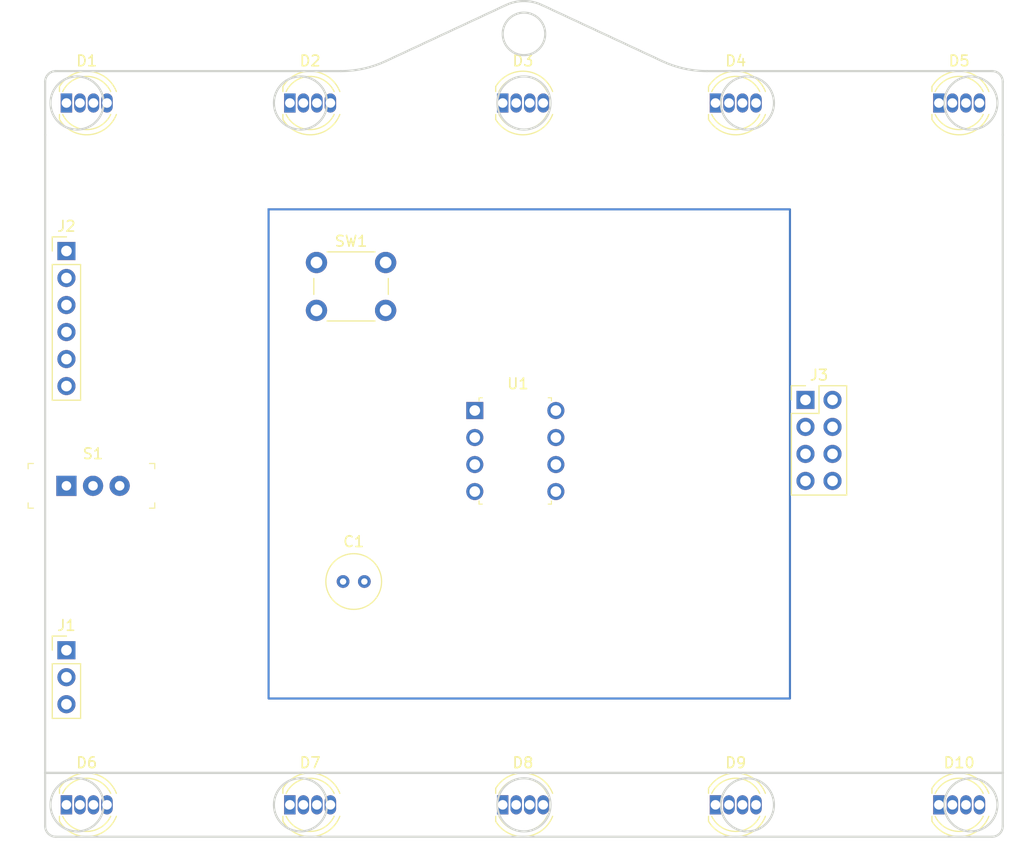
<source format=kicad_pcb>
(kicad_pcb (version 20221018) (generator pcbnew)
  (layers (0 "F.Cu" signal) (31 "B.Cu" signal) (34 "B.Paste" user) (35 "F.Paste" user) (36 "B.SilkS" user "B.Silkscreen") (37 "F.SilkS" user "F.Silkscreen") (38 "B.Mask" user) (39 "F.Mask" user) (44 "Edge.Cuts" user))
  (net 0 "")
  (net 1 "Net-(D1-DO)")
  (net 2 "+5V")
  (net 3 "Net-(D10-DI)")
  (net 4 "Net-(D2-DO)")
  (net 5 "Net-(D3-DO)")
  (net 6 "Net-(D4-DO)")
  (net 7 "Net-(D5-DO)")
  (net 8 "Net-(D6-DO)")
  (net 9 "Net-(D7-DO)")
  (net 10 "Net-(D8-DO)")
  (net 11 "Net-(D10-DO)")
  (net 13 "/at5")
  (net 14 "/at6")
  (net 15 "/at7")
  (net 16 "/at3")
  (net 17 "unconnected-(U1-GND-Pad4)")
  (net 19 "at8")
  (net 20 "at4")
  (net 21 "at1")
  (net 22 "at2")
  (footprint "Connector_PinHeader_2.54mm:PinHeader_1x03_P2.54mm_Vertical" (layer "F.Cu") (at 97 100.46)
    (fp_text reference "J1" (at 0 -2.33) (layer "F.SilkS"))
    (fp_text value "Conn_01x03_Pin")
    (fp_line (start -1.33 -1.33) (end 0 -1.33) (stroke (width 0.12)) (layer "F.SilkS"))
    (fp_line (start -1.33 0) (end -1.33 -1.33) (stroke (width 0.12)) (layer "F.SilkS"))
    (fp_line (start -1.33 1.27) (end -1.33 6.41) (stroke (width 0.12)) (layer "F.SilkS"))
    (fp_line (start -1.33 1.27) (end 1.33 1.27) (stroke (width 0.12)) (layer "F.SilkS"))
    (fp_line (start -1.33 6.41) (end 1.33 6.41) (stroke (width 0.12)) (layer "F.SilkS"))
    (fp_line (start 1.33 1.27) (end 1.33 6.41) (stroke (width 0.12)) (layer "F.SilkS"))
    (pad "1" thru_hole rect (at 0 0) (size 1.7 1.7) (drill 1) (layers "*.Cu" "*.Mask") (net 19 "at8"))
    (pad "2" thru_hole oval (at 0 2.54) (size 1.7 1.7) (drill 1) (layers "*.Cu" "*.Mask") (net 11 "Net-(D10-DO)"))
    (pad "3" thru_hole oval (at 0 5.08) (size 1.7 1.7) (drill 1) (layers "*.Cu" "*.Mask") (net 20 "at4"))
  )
  (footprint "Connector_PinHeader_2.54mm:PinHeader_2x04_P2.54mm_Vertical" (layer "F.Cu") (at 166.46 76.92)
    (fp_text reference "J3" (at 1.27 -2.33) (layer "F.SilkS"))
    (fp_text value "Conn_02x04_Counter_Clockwise")
    (fp_line (start -1.33 -1.33) (end 0 -1.33) (stroke (width 0.12)) (layer "F.SilkS"))
    (fp_line (start -1.33 0) (end -1.33 -1.33) (stroke (width 0.12)) (layer "F.SilkS"))
    (fp_line (start -1.33 1.27) (end -1.33 8.95) (stroke (width 0.12)) (layer "F.SilkS"))
    (fp_line (start -1.33 1.27) (end 1.27 1.27) (stroke (width 0.12)) (layer "F.SilkS"))
    (fp_line (start -1.33 8.95) (end 3.87 8.95) (stroke (width 0.12)) (layer "F.SilkS"))
    (fp_line (start 1.27 -1.33) (end 3.87 -1.33) (stroke (width 0.12)) (layer "F.SilkS"))
    (fp_line (start 1.27 1.27) (end 1.27 -1.33) (stroke (width 0.12)) (layer "F.SilkS"))
    (fp_line (start 3.87 -1.33) (end 3.87 8.95) (stroke (width 0.12)) (layer "F.SilkS"))
    (pad "1" thru_hole rect (at 0 0) (size 1.7 1.7) (drill 1) (layers "*.Cu" "*.Mask") (net 21 "at1"))
    (pad "2" thru_hole oval (at 2.54 0) (size 1.7 1.7) (drill 1) (layers "*.Cu" "*.Mask") (net 22 "at2"))
    (pad "3" thru_hole oval (at 0 2.54) (size 1.7 1.7) (drill 1) (layers "*.Cu" "*.Mask") (net 16 "/at3"))
    (pad "4" thru_hole oval (at 2.54 2.54) (size 1.7 1.7) (drill 1) (layers "*.Cu" "*.Mask") (net 20 "at4"))
    (pad "5" thru_hole oval (at 0 5.08) (size 1.7 1.7) (drill 1) (layers "*.Cu" "*.Mask") (net 19 "at8"))
    (pad "6" thru_hole oval (at 2.54 5.08) (size 1.7 1.7) (drill 1) (layers "*.Cu" "*.Mask") (net 15 "/at7"))
    (pad "7" thru_hole oval (at 0 7.62) (size 1.7 1.7) (drill 1) (layers "*.Cu" "*.Mask") (net 14 "/at6"))
    (pad "8" thru_hole oval (at 2.54 7.62) (size 1.7 1.7) (drill 1) (layers "*.Cu" "*.Mask") (net 13 "/at5"))
  )
  (footprint "digikey-footprints:DIP-8_W7.62mm" (layer "F.Cu") (at 135.38 77.92)
    (fp_text reference "U1" (at 4.05 -2.52) (layer "F.SilkS"))
    (fp_text value "ATTINY85-20PU")
    (fp_line (start 0.4 -1.2) (end 0.7 -1.2) (stroke (width 0.1)) (layer "F.SilkS"))
    (fp_line (start 0.4 -0.9) (end 0.4 -1.2) (stroke (width 0.1)) (layer "F.SilkS"))
    (fp_line (start 0.4 8.5) (end 0.4 8.8) (stroke (width 0.1)) (layer "F.SilkS"))
    (fp_line (start 0.4 8.8) (end 0.7 8.8) (stroke (width 0.1)) (layer "F.SilkS"))
    (fp_line (start 7.2 -1.2) (end 6.9 -1.2) (stroke (width 0.1)) (layer "F.SilkS"))
    (fp_line (start 7.2 -0.9) (end 7.2 -1.2) (stroke (width 0.1)) (layer "F.SilkS"))
    (fp_line (start 7.2 8.5) (end 7.2 8.8) (stroke (width 0.1)) (layer "F.SilkS"))
    (fp_line (start 7.2 8.8) (end 6.9 8.8) (stroke (width 0.1)) (layer "F.SilkS"))
    (pad "1" thru_hole rect (at 0 0) (size 1.6 1.6) (drill 1) (layers "*.Cu" "*.Mask") (net 21 "at1"))
    (pad "2" thru_hole circle (at 0 2.54) (size 1.6 1.6) (drill 1) (layers "*.Cu" "*.Mask") (net 22 "at2"))
    (pad "3" thru_hole circle (at 0 5.08) (size 1.6 1.6) (drill 1) (layers "*.Cu" "*.Mask") (net 16 "/at3"))
    (pad "4" thru_hole circle (at 0 7.62) (size 1.6 1.6) (drill 1) (layers "*.Cu" "*.Mask") (net 17 "unconnected-(U1-GND-Pad4)"))
    (pad "5" thru_hole circle (at 7.62 7.62) (size 1.6 1.6) (drill 1) (layers "*.Cu" "*.Mask") (net 13 "/at5"))
    (pad "6" thru_hole circle (at 7.62 5.08) (size 1.6 1.6) (drill 1) (layers "*.Cu" "*.Mask") (net 14 "/at6"))
    (pad "7" thru_hole circle (at 7.62 2.54) (size 1.6 1.6) (drill 1) (layers "*.Cu" "*.Mask") (net 15 "/at7"))
    (pad "8" thru_hole circle (at 7.62 0) (size 1.6 1.6) (drill 1) (layers "*.Cu" "*.Mask"))
  )
  (footprint "LED_THT:LED_D5.0mm-4_RGB" (layer "F.Cu") (at 158 49)
    (fp_text reference "D4" (at 1.905 -3.96) (layer "F.SilkS"))
    (fp_text value "APA-106-F5")
    (fp_line (start -0.655 -1.545) (end -0.655 -1.08) (stroke (width 0.12)) (layer "F.SilkS"))
    (fp_line (start -0.655 1.08) (end -0.655 1.545) (stroke (width 0.12)) (layer "F.SilkS"))
    (fp_arc (start -0.655 -1.54483) (mid 2.163456 -2.978809) (end 4.692815 -1.080827) (stroke (width 0.12)) (layer "F.SilkS"))
    (fp_arc (start -0.349684 -1.08) (mid 1.904762 -2.5) (end 4.159479 -1.080429) (stroke (width 0.12)) (layer "F.SilkS"))
    (fp_arc (start 4.159479 1.080429) (mid 1.904762 2.5) (end -0.349684 1.08) (stroke (width 0.12)) (layer "F.SilkS"))
    (fp_arc (start 4.692815 1.080827) (mid 2.163456 2.978808) (end -0.655 1.54483) (stroke (width 0.12)) (layer "F.SilkS"))
    (pad "1" thru_hole rect (at 0 0) (size 1.07 1.8) (drill 0.9) (layers "*.Cu" "*.Mask") (net 6 "Net-(D4-DO)"))
    (pad "2" thru_hole oval (at 1.27 0) (size 1.07 1.8) (drill 0.9) (layers "*.Cu" "*.Mask") (net 20 "at4"))
    (pad "3" thru_hole oval (at 2.54 0) (size 1.07 1.8) (drill 0.9) (layers "*.Cu" "*.Mask") (net 19 "at8"))
    (pad "4" thru_hole oval (at 3.81 0) (size 1.07 1.8) (drill 0.9) (layers "*.Cu" "*.Mask") (net 5 "Net-(D3-DO)"))
  )
  (footprint "LED_THT:LED_D5.0mm-4_RGB" (layer "F.Cu") (at 118 49)
    (fp_text reference "D2" (at 1.905 -3.96) (layer "F.SilkS"))
    (fp_text value "APA-106-F5")
    (fp_line (start -0.655 -1.545) (end -0.655 -1.08) (stroke (width 0.12)) (layer "F.SilkS"))
    (fp_line (start -0.655 1.08) (end -0.655 1.545) (stroke (width 0.12)) (layer "F.SilkS"))
    (fp_arc (start -0.655 -1.54483) (mid 2.163456 -2.978809) (end 4.692815 -1.080827) (stroke (width 0.12)) (layer "F.SilkS"))
    (fp_arc (start -0.349684 -1.08) (mid 1.904762 -2.5) (end 4.159479 -1.080429) (stroke (width 0.12)) (layer "F.SilkS"))
    (fp_arc (start 4.159479 1.080429) (mid 1.904762 2.5) (end -0.349684 1.08) (stroke (width 0.12)) (layer "F.SilkS"))
    (fp_arc (start 4.692815 1.080827) (mid 2.163456 2.978808) (end -0.655 1.54483) (stroke (width 0.12)) (layer "F.SilkS"))
    (pad "1" thru_hole rect (at 0 0) (size 1.07 1.8) (drill 0.9) (layers "*.Cu" "*.Mask") (net 4 "Net-(D2-DO)"))
    (pad "2" thru_hole oval (at 1.27 0) (size 1.07 1.8) (drill 0.9) (layers "*.Cu" "*.Mask") (net 20 "at4"))
    (pad "3" thru_hole oval (at 2.54 0) (size 1.07 1.8) (drill 0.9) (layers "*.Cu" "*.Mask") (net 19 "at8"))
    (pad "4" thru_hole oval (at 3.81 0) (size 1.07 1.8) (drill 0.9) (layers "*.Cu" "*.Mask") (net 1 "Net-(D1-DO)"))
  )
  (footprint "LED_THT:LED_D5.0mm-4_RGB" (layer "F.Cu") (at 118 115)
    (fp_text reference "D7" (at 1.905 -3.96) (layer "F.SilkS"))
    (fp_text value "APA-106-F5")
    (fp_line (start -0.655 -1.545) (end -0.655 -1.08) (stroke (width 0.12)) (layer "F.SilkS"))
    (fp_line (start -0.655 1.08) (end -0.655 1.545) (stroke (width 0.12)) (layer "F.SilkS"))
    (fp_arc (start -0.655 -1.54483) (mid 2.163456 -2.978809) (end 4.692815 -1.080827) (stroke (width 0.12)) (layer "F.SilkS"))
    (fp_arc (start -0.349684 -1.08) (mid 1.904762 -2.5) (end 4.159479 -1.080429) (stroke (width 0.12)) (layer "F.SilkS"))
    (fp_arc (start 4.159479 1.080429) (mid 1.904762 2.5) (end -0.349684 1.08) (stroke (width 0.12)) (layer "F.SilkS"))
    (fp_arc (start 4.692815 1.080827) (mid 2.163456 2.978808) (end -0.655 1.54483) (stroke (width 0.12)) (layer "F.SilkS"))
    (pad "1" thru_hole rect (at 0 0) (size 1.07 1.8) (drill 0.9) (layers "*.Cu" "*.Mask") (net 9 "Net-(D7-DO)"))
    (pad "2" thru_hole oval (at 1.27 0) (size 1.07 1.8) (drill 0.9) (layers "*.Cu" "*.Mask") (net 20 "at4"))
    (pad "3" thru_hole oval (at 2.54 0) (size 1.07 1.8) (drill 0.9) (layers "*.Cu" "*.Mask") (net 19 "at8"))
    (pad "4" thru_hole oval (at 3.81 0) (size 1.07 1.8) (drill 0.9) (layers "*.Cu" "*.Mask") (net 8 "Net-(D6-DO)"))
  )
  (footprint "LED_THT:LED_D5.0mm-4_RGB" (layer "F.Cu") (at 97 115)
    (fp_text reference "D6" (at 1.905 -3.96) (layer "F.SilkS"))
    (fp_text value "APA-106-F5")
    (fp_line (start -0.655 -1.545) (end -0.655 -1.08) (stroke (width 0.12)) (layer "F.SilkS"))
    (fp_line (start -0.655 1.08) (end -0.655 1.545) (stroke (width 0.12)) (layer "F.SilkS"))
    (fp_arc (start -0.655 -1.54483) (mid 2.163456 -2.978809) (end 4.692815 -1.080827) (stroke (width 0.12)) (layer "F.SilkS"))
    (fp_arc (start -0.349684 -1.08) (mid 1.904762 -2.5) (end 4.159479 -1.080429) (stroke (width 0.12)) (layer "F.SilkS"))
    (fp_arc (start 4.159479 1.080429) (mid 1.904762 2.5) (end -0.349684 1.08) (stroke (width 0.12)) (layer "F.SilkS"))
    (fp_arc (start 4.692815 1.080827) (mid 2.163456 2.978808) (end -0.655 1.54483) (stroke (width 0.12)) (layer "F.SilkS"))
    (pad "1" thru_hole rect (at 0 0) (size 1.07 1.8) (drill 0.9) (layers "*.Cu" "*.Mask") (net 8 "Net-(D6-DO)"))
    (pad "2" thru_hole oval (at 1.27 0) (size 1.07 1.8) (drill 0.9) (layers "*.Cu" "*.Mask") (net 20 "at4"))
    (pad "3" thru_hole oval (at 2.54 0) (size 1.07 1.8) (drill 0.9) (layers "*.Cu" "*.Mask") (net 19 "at8"))
    (pad "4" thru_hole oval (at 3.81 0) (size 1.07 1.8) (drill 0.9) (layers "*.Cu" "*.Mask") (net 7 "Net-(D5-DO)"))
  )
  (footprint "Capacitor_THT:C_Radial_D5.0mm_H5.0mm_P2.00mm" (layer "F.Cu") (at 123 94)
    (fp_text reference "C1" (at 1 -3.75) (layer "F.SilkS"))
    (fp_text value "C")
    (fp_circle (center 1 0) (end 3.62 0) (stroke (width 0.12)) (fill none) (layer "F.SilkS"))
    (pad "1" thru_hole circle (at 0 0) (size 1.2 1.2) (drill 0.6) (layers "*.Cu" "*.Mask") (net 19 "at8"))
    (pad "2" thru_hole circle (at 2 0) (size 1.2 1.2) (drill 0.6) (layers "*.Cu" "*.Mask") (net 20 "at4"))
  )
  (footprint "LED_THT:LED_D5.0mm-4_RGB" (layer "F.Cu") (at 138 49)
    (fp_text reference "D3" (at 1.905 -3.96) (layer "F.SilkS"))
    (fp_text value "APA-106-F5")
    (fp_line (start -0.655 -1.545) (end -0.655 -1.08) (stroke (width 0.12)) (layer "F.SilkS"))
    (fp_line (start -0.655 1.08) (end -0.655 1.545) (stroke (width 0.12)) (layer "F.SilkS"))
    (fp_arc (start -0.655 -1.54483) (mid 2.163456 -2.978809) (end 4.692815 -1.080827) (stroke (width 0.12)) (layer "F.SilkS"))
    (fp_arc (start -0.349684 -1.08) (mid 1.904762 -2.5) (end 4.159479 -1.080429) (stroke (width 0.12)) (layer "F.SilkS"))
    (fp_arc (start 4.159479 1.080429) (mid 1.904762 2.5) (end -0.349684 1.08) (stroke (width 0.12)) (layer "F.SilkS"))
    (fp_arc (start 4.692815 1.080827) (mid 2.163456 2.978808) (end -0.655 1.54483) (stroke (width 0.12)) (layer "F.SilkS"))
    (pad "1" thru_hole rect (at 0 0) (size 1.07 1.8) (drill 0.9) (layers "*.Cu" "*.Mask") (net 5 "Net-(D3-DO)"))
    (pad "2" thru_hole oval (at 1.27 0) (size 1.07 1.8) (drill 0.9) (layers "*.Cu" "*.Mask") (net 20 "at4"))
    (pad "3" thru_hole oval (at 2.54 0) (size 1.07 1.8) (drill 0.9) (layers "*.Cu" "*.Mask") (net 19 "at8"))
    (pad "4" thru_hole oval (at 3.81 0) (size 1.07 1.8) (drill 0.9) (layers "*.Cu" "*.Mask") (net 4 "Net-(D2-DO)"))
  )
  (footprint "digikey-footprints:Switch_Slide_11.6x4mm_EG1218" (layer "F.Cu") (at 97 85)
    (fp_text reference "S1" (at 2.49 -3.02) (layer "F.SilkS"))
    (fp_text value "EG1218")
    (fp_line (start -3.6 -2.1) (end -3.6 -1.6) (stroke (width 0.1)) (layer "F.SilkS"))
    (fp_line (start -3.6 -2.1) (end -3.1 -2.1) (stroke (width 0.1)) (layer "F.SilkS"))
    (fp_line (start -3.6 2.1) (end -3.6 1.6) (stroke (width 0.1)) (layer "F.SilkS"))
    (fp_line (start -3.6 2.1) (end -3.1 2.1) (stroke (width 0.1)) (layer "F.SilkS"))
    (fp_line (start 8.3 -2.1) (end 7.8 -2.1) (stroke (width 0.1)) (layer "F.SilkS"))
    (fp_line (start 8.3 -2.1) (end 8.3 -1.6) (stroke (width 0.1)) (layer "F.SilkS"))
    (fp_line (start 8.3 2.1) (end 7.8 2.1) (stroke (width 0.1)) (layer "F.SilkS"))
    (fp_line (start 8.3 2.1) (end 8.3 1.6) (stroke (width 0.1)) (layer "F.SilkS"))
    (pad "1" thru_hole rect (at 0 0) (size 1.9 1.9) (drill 0.9) (layers "*.Cu" "*.Mask") (net 2 "+5V"))
    (pad "2" thru_hole circle (at 2.5 0) (size 1.9 1.9) (drill 0.9) (layers "*.Cu" "*.Mask") (net 19 "at8"))
    (pad "3" thru_hole circle (at 5 0) (size 1.9 1.9) (drill 0.9) (layers "*.Cu" "*.Mask"))
  )
  (footprint "Button_Switch_THT:SW_PUSH_6mm" (layer "F.Cu") (at 120.5 64)
    (fp_text reference "SW1" (at 3.25 -2) (layer "F.SilkS"))
    (fp_text value "Push_Button")
    (fp_line (start -0.25 1.5) (end -0.25 3) (stroke (width 0.12)) (layer "F.SilkS"))
    (fp_line (start 1 5.5) (end 5.5 5.5) (stroke (width 0.12)) (layer "F.SilkS"))
    (fp_line (start 5.5 -1) (end 1 -1) (stroke (width 0.12)) (layer "F.SilkS"))
    (fp_line (start 6.75 3) (end 6.75 1.5) (stroke (width 0.12)) (layer "F.SilkS"))
    (pad "1" thru_hole circle (at 0 0 90) (size 2 2) (drill 1.1) (layers "*.Cu" "*.Mask") (net 22 "at2"))
    (pad "1" thru_hole circle (at 6.5 0 90) (size 2 2) (drill 1.1) (layers "*.Cu" "*.Mask") (net 22 "at2"))
    (pad "2" thru_hole circle (at 0 4.5 90) (size 2 2) (drill 1.1) (layers "*.Cu" "*.Mask") (net 20 "at4"))
    (pad "2" thru_hole circle (at 6.5 4.5 90) (size 2 2) (drill 1.1) (layers "*.Cu" "*.Mask") (net 20 "at4"))
  )
  (footprint "LED_THT:LED_D5.0mm-4_RGB" (layer "F.Cu") (at 138 115)
    (fp_text reference "D8" (at 1.905 -3.96) (layer "F.SilkS"))
    (fp_text value "APA-106-F5")
    (fp_line (start -0.655 -1.545) (end -0.655 -1.08) (stroke (width 0.12)) (layer "F.SilkS"))
    (fp_line (start -0.655 1.08) (end -0.655 1.545) (stroke (width 0.12)) (layer "F.SilkS"))
    (fp_arc (start -0.655 -1.54483) (mid 2.163456 -2.978809) (end 4.692815 -1.080827) (stroke (width 0.12)) (layer "F.SilkS"))
    (fp_arc (start -0.349684 -1.08) (mid 1.904762 -2.5) (end 4.159479 -1.080429) (stroke (width 0.12)) (layer "F.SilkS"))
    (fp_arc (start 4.159479 1.080429) (mid 1.904762 2.5) (end -0.349684 1.08) (stroke (width 0.12)) (layer "F.SilkS"))
    (fp_arc (start 4.692815 1.080827) (mid 2.163456 2.978808) (end -0.655 1.54483) (stroke (width 0.12)) (layer "F.SilkS"))
    (pad "1" thru_hole rect (at 0 0) (size 1.07 1.8) (drill 0.9) (layers "*.Cu" "*.Mask") (net 10 "Net-(D8-DO)"))
    (pad "2" thru_hole oval (at 1.27 0) (size 1.07 1.8) (drill 0.9) (layers "*.Cu" "*.Mask") (net 20 "at4"))
    (pad "3" thru_hole oval (at 2.54 0) (size 1.07 1.8) (drill 0.9) (layers "*.Cu" "*.Mask") (net 19 "at8"))
    (pad "4" thru_hole oval (at 3.81 0) (size 1.07 1.8) (drill 0.9) (layers "*.Cu" "*.Mask") (net 9 "Net-(D7-DO)"))
  )
  (footprint "LED_THT:LED_D5.0mm-4_RGB" (layer "F.Cu") (at 179 115)
    (fp_text reference "D10" (at 1.905 -3.96) (layer "F.SilkS"))
    (fp_text value "APA-106-F5")
    (fp_line (start -0.655 -1.545) (end -0.655 -1.08) (stroke (width 0.12)) (layer "F.SilkS"))
    (fp_line (start -0.655 1.08) (end -0.655 1.545) (stroke (width 0.12)) (layer "F.SilkS"))
    (fp_arc (start -0.655 -1.54483) (mid 2.163456 -2.978809) (end 4.692815 -1.080827) (stroke (width 0.12)) (layer "F.SilkS"))
    (fp_arc (start -0.349684 -1.08) (mid 1.904762 -2.5) (end 4.159479 -1.080429) (stroke (width 0.12)) (layer "F.SilkS"))
    (fp_arc (start 4.159479 1.080429) (mid 1.904762 2.5) (end -0.349684 1.08) (stroke (width 0.12)) (layer "F.SilkS"))
    (fp_arc (start 4.692815 1.080827) (mid 2.163456 2.978808) (end -0.655 1.54483) (stroke (width 0.12)) (layer "F.SilkS"))
    (pad "1" thru_hole rect (at 0 0) (size 1.07 1.8) (drill 0.9) (layers "*.Cu" "*.Mask") (net 11 "Net-(D10-DO)"))
    (pad "2" thru_hole oval (at 1.27 0) (size 1.07 1.8) (drill 0.9) (layers "*.Cu" "*.Mask") (net 20 "at4"))
    (pad "3" thru_hole oval (at 2.54 0) (size 1.07 1.8) (drill 0.9) (layers "*.Cu" "*.Mask") (net 19 "at8"))
    (pad "4" thru_hole oval (at 3.81 0) (size 1.07 1.8) (drill 0.9) (layers "*.Cu" "*.Mask") (net 3 "Net-(D10-DI)"))
  )
  (footprint "LED_THT:LED_D5.0mm-4_RGB" (layer "F.Cu") (at 158 115)
    (fp_text reference "D9" (at 1.905 -3.96) (layer "F.SilkS"))
    (fp_text value "APA-106-F5")
    (fp_line (start -0.655 -1.545) (end -0.655 -1.08) (stroke (width 0.12)) (layer "F.SilkS"))
    (fp_line (start -0.655 1.08) (end -0.655 1.545) (stroke (width 0.12)) (layer "F.SilkS"))
    (fp_arc (start -0.655 -1.54483) (mid 2.163456 -2.978809) (end 4.692815 -1.080827) (stroke (width 0.12)) (layer "F.SilkS"))
    (fp_arc (start -0.349684 -1.08) (mid 1.904762 -2.5) (end 4.159479 -1.080429) (stroke (width 0.12)) (layer "F.SilkS"))
    (fp_arc (start 4.159479 1.080429) (mid 1.904762 2.5) (end -0.349684 1.08) (stroke (width 0.12)) (layer "F.SilkS"))
    (fp_arc (start 4.692815 1.080827) (mid 2.163456 2.978808) (end -0.655 1.54483) (stroke (width 0.12)) (layer "F.SilkS"))
    (pad "1" thru_hole rect (at 0 0) (size 1.07 1.8) (drill 0.9) (layers "*.Cu" "*.Mask") (net 3 "Net-(D10-DI)"))
    (pad "2" thru_hole oval (at 1.27 0) (size 1.07 1.8) (drill 0.9) (layers "*.Cu" "*.Mask") (net 20 "at4"))
    (pad "3" thru_hole oval (at 2.54 0) (size 1.07 1.8) (drill 0.9) (layers "*.Cu" "*.Mask") (net 19 "at8"))
    (pad "4" thru_hole oval (at 3.81 0) (size 1.07 1.8) (drill 0.9) (layers "*.Cu" "*.Mask") (net 10 "Net-(D8-DO)"))
  )
  (footprint "LED_THT:LED_D5.0mm-4_RGB" (layer "F.Cu") (at 97 49)
    (fp_text reference "D1" (at 1.905 -3.96) (layer "F.SilkS"))
    (fp_text value "APA-106-F5")
    (fp_line (start -0.655 -1.545) (end -0.655 -1.08) (stroke (width 0.12)) (layer "F.SilkS"))
    (fp_line (start -0.655 1.08) (end -0.655 1.545) (stroke (width 0.12)) (layer "F.SilkS"))
    (fp_arc (start -0.655 -1.54483) (mid 2.163456 -2.978809) (end 4.692815 -1.080827) (stroke (width 0.12)) (layer "F.SilkS"))
    (fp_arc (start -0.349684 -1.08) (mid 1.904762 -2.5) (end 4.159479 -1.080429) (stroke (width 0.12)) (layer "F.SilkS"))
    (fp_arc (start 4.159479 1.080429) (mid 1.904762 2.5) (end -0.349684 1.08) (stroke (width 0.12)) (layer "F.SilkS"))
    (fp_arc (start 4.692815 1.080827) (mid 2.163456 2.978808) (end -0.655 1.54483) (stroke (width 0.12)) (layer "F.SilkS"))
    (pad "1" thru_hole rect (at 0 0) (size 1.07 1.8) (drill 0.9) (layers "*.Cu" "*.Mask") (net 1 "Net-(D1-DO)"))
    (pad "2" thru_hole oval (at 1.27 0) (size 1.07 1.8) (drill 0.9) (layers "*.Cu" "*.Mask") (net 20 "at4"))
    (pad "3" thru_hole oval (at 2.54 0) (size 1.07 1.8) (drill 0.9) (layers "*.Cu" "*.Mask") (net 19 "at8"))
    (pad "4" thru_hole oval (at 3.81 0) (size 1.07 1.8) (drill 0.9) (layers "*.Cu" "*.Mask") (net 21 "at1"))
  )
  (footprint "Connector_PinHeader_2.54mm:PinHeader_1x06_P2.54mm_Vertical" (layer "F.Cu") (at 97 62.92)
    (fp_text reference "J2" (at 0 -2.33) (layer "F.SilkS"))
    (fp_text value "Conn_01x06_Pin")
    (fp_line (start -1.33 -1.33) (end 0 -1.33) (stroke (width 0.12)) (layer "F.SilkS"))
    (fp_line (start -1.33 0) (end -1.33 -1.33) (stroke (width 0.12)) (layer "F.SilkS"))
    (fp_line (start -1.33 1.27) (end -1.33 14.03) (stroke (width 0.12)) (layer "F.SilkS"))
    (fp_line (start -1.33 1.27) (end 1.33 1.27) (stroke (width 0.12)) (layer "F.SilkS"))
    (fp_line (start -1.33 14.03) (end 1.33 14.03) (stroke (width 0.12)) (layer "F.SilkS"))
    (fp_line (start 1.33 1.27) (end 1.33 14.03) (stroke (width 0.12)) (layer "F.SilkS"))
    (pad "1" thru_hole rect (at 0 0) (size 1.7 1.7) (drill 1) (layers "*.Cu" "*.Mask") (net 13 "/at5"))
    (pad "2" thru_hole oval (at 0 2.54) (size 1.7 1.7) (drill 1) (layers "*.Cu" "*.Mask") (net 14 "/at6"))
    (pad "3" thru_hole oval (at 0 5.08) (size 1.7 1.7) (drill 1) (layers "*.Cu" "*.Mask") (net 15 "/at7"))
    (pad "4" thru_hole oval (at 0 7.62) (size 1.7 1.7) (drill 1) (layers "*.Cu" "*.Mask") (net 21 "at1"))
    (pad "5" thru_hole oval (at 0 10.16) (size 1.7 1.7) (drill 1) (layers "*.Cu" "*.Mask") (net 16 "/at3"))
    (pad "6" thru_hole oval (at 0 12.7) (size 1.7 1.7) (drill 1) (layers "*.Cu" "*.Mask") (net 22 "at2"))
  )
  (footprint "LED_THT:LED_D5.0mm-4_RGB" (layer "F.Cu") (at 179 49)
    (fp_text reference "D5" (at 1.905 -3.96) (layer "F.SilkS"))
    (fp_text value "APA-106-F5")
    (fp_line (start -0.655 -1.545) (end -0.655 -1.08) (stroke (width 0.12)) (layer "F.SilkS"))
    (fp_line (start -0.655 1.08) (end -0.655 1.545) (stroke (width 0.12)) (layer "F.SilkS"))
    (fp_arc (start -0.655 -1.54483) (mid 2.163456 -2.978809) (end 4.692815 -1.080827) (stroke (width 0.12)) (layer "F.SilkS"))
    (fp_arc (start -0.349684 -1.08) (mid 1.904762 -2.5) (end 4.159479 -1.080429) (stroke (width 0.12)) (layer "F.SilkS"))
    (fp_arc (start 4.159479 1.080429) (mid 1.904762 2.5) (end -0.349684 1.08) (stroke (width 0.12)) (layer "F.SilkS"))
    (fp_arc (start 4.692815 1.080827) (mid 2.163456 2.978808) (end -0.655 1.54483) (stroke (width 0.12)) (layer "F.SilkS"))
    (pad "1" thru_hole rect (at 0 0) (size 1.07 1.8) (drill 0.9) (layers "*.Cu" "*.Mask") (net 7 "Net-(D5-DO)"))
    (pad "2" thru_hole oval (at 1.27 0) (size 1.07 1.8) (drill 0.9) (layers "*.Cu" "*.Mask") (net 20 "at4"))
    (pad "3" thru_hole oval (at 2.54 0) (size 1.07 1.8) (drill 0.9) (layers "*.Cu" "*.Mask") (net 19 "at8"))
    (pad "4" thru_hole oval (at 3.81 0) (size 1.07 1.8) (drill 0.9) (layers "*.Cu" "*.Mask") (net 6 "Net-(D4-DO)"))
  )
  (gr_rect (start 116 59) (end 165 105) (stroke (width 0.2)) (fill none) (layer "B.Cu"))
  (gr_circle (center 95 118.000001) (end 95.01 118.000001) (stroke (width 0.0001)) (fill solid) (layer "Edge.Cuts"))
  (gr_circle (center 140 49) (end 142.5 49) (stroke (width 0.2)) (fill none) (layer "Edge.Cuts"))
  (gr_arc (start 96 118.000001) (mid 95.292893 117.707108) (end 95 117.000001) (stroke (width 0.2)) (layer "Edge.Cuts"))
  (gr_line (start 95 112.000001) (end 185 112.000001) (stroke (width 0.2)) (layer "Edge.Cuts"))
  (gr_circle (center 98 115) (end 100.5 115) (stroke (width 0.2)) (fill none) (layer "Edge.Cuts"))
  (gr_arc (start 185.000001 117.000001) (mid 184.707108 117.707108) (end 184.000001 118.000001) (stroke (width 0.2)) (layer "Edge.Cuts"))
  (gr_line (start 185.000001 52.000001) (end 185.000001 47) (stroke (width 0.2)) (layer "Edge.Cuts"))
  (gr_circle (center 140 115) (end 142.5 115) (stroke (width 0.2)) (fill none) (layer "Edge.Cuts"))
  (gr_arc (start 184.000001 46) (mid 184.707108 46.292893) (end 185.000001 47) (stroke (width 0.2)) (layer "Edge.Cuts"))
  (gr_circle (center 182 115) (end 184.5 115) (stroke (width 0.2)) (fill none) (layer "Edge.Cuts"))
  (gr_line (start 95 112.000001) (end 185.000001 112.000001) (stroke (width 0.2)) (layer "Edge.Cuts"))
  (gr_line (start 95 52.000001) (end 95 112.000001) (stroke (width 0.2)) (layer "Edge.Cuts"))
  (gr_line (start 95 47) (end 95 52.000001) (stroke (width 0.2)) (layer "Edge.Cuts"))
  (gr_line (start 185.000001 112.000001) (end 185.000001 117.000001) (stroke (width 0.2)) (layer "Edge.Cuts"))
  (gr_circle (center 119 49) (end 121.5 49) (stroke (width 0.2)) (fill none) (layer "Edge.Cuts"))
  (gr_line (start 184.000001 46) (end 157.218494 46) (stroke (width 0.2)) (layer "Edge.Cuts"))
  (gr_circle (center 98 49) (end 100.5 49) (stroke (width 0.2)) (fill none) (layer "Edge.Cuts"))
  (gr_circle (center 182 49) (end 184.5 49) (stroke (width 0.2)) (fill none) (layer "Edge.Cuts"))
  (gr_circle (center 161 49) (end 163.5 49) (stroke (width 0.2)) (fill none) (layer "Edge.Cuts"))
  (gr_line (start 95 117.000001) (end 95 112.000001) (stroke (width 0.2)) (layer "Edge.Cuts"))
  (gr_line (start 184.000001 118.000001) (end 96 118.000001) (stroke (width 0.2)) (layer "Edge.Cuts"))
  (gr_arc (start 157.218494 46) (mid 155.052658 45.762641) (end 152.989639 45.061831) (stroke (width 0.2)) (layer "Edge.Cuts"))
  (gr_line (start 122.781507 46) (end 96 46) (stroke (width 0.2)) (layer "Edge.Cuts"))
  (gr_arc (start 95 47) (mid 95.292893 46.292893) (end 96 46) (stroke (width 0.2)) (layer "Edge.Cuts"))
  (gr_circle (center 140 42.5) (end 142 42.5) (stroke (width 0.2)) (fill none) (layer "Edge.Cuts"))
  (gr_arc (start 138.308458 39.789386) (mid 140 39.414119) (end 141.691542 39.789386) (stroke (width 0.2)) (layer "Edge.Cuts"))
  (gr_line (start 138.308458 39.789386) (end 127.010361 45.061831) (stroke (width 0.2)) (layer "Edge.Cuts"))
  (gr_circle (center 119 115) (end 121.5 115) (stroke (width 0.2)) (fill none) (layer "Edge.Cuts"))
  (gr_circle (center 161 115) (end 163.5 115) (stroke (width 0.2)) (fill none) (layer "Edge.Cuts"))
  (gr_arc (start 127.010361 45.061831) (mid 124.947342 45.762641) (end 122.781507 46) (stroke (width 0.2)) (layer "Edge.Cuts"))
  (gr_line (start 185 112.000001) (end 185 52.000001) (stroke (width 0.2)) (layer "Edge.Cuts"))
  (gr_line (start 152.989639 45.061831) (end 141.691542 39.789386) (stroke (width 0.2)) (layer "Edge.Cuts"))
)
</source>
